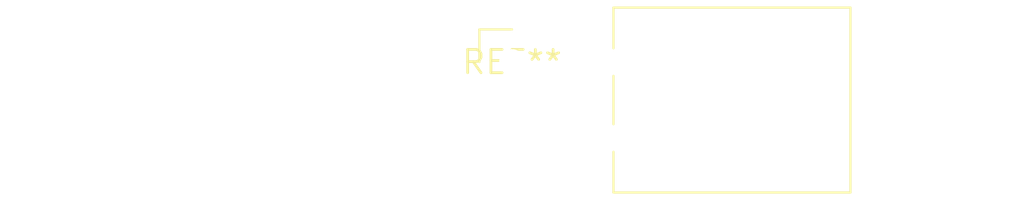
<source format=kicad_pcb>
(kicad_pcb (version 20240108) (generator pcbnew)
  (layers (0 "F.Cu" signal) (31 "B.Cu" signal) (34 "B.Paste" user) (35 "F.Paste" user) (36 "B.SilkS" user "B.Silkscreen") (37 "F.SilkS" user "F.Silkscreen") (38 "B.Mask" user) (39 "F.Mask" user) (44 "Edge.Cuts" user))
  (net 0 "")
  (footprint "TE_MATE-N-LOK_1-770968-x_2x02_P4.14mm_Horizontal" (layer "F.Cu") (at 0 0)
    (property "Reference" "REF**")
    (property "Value" "TE_MATE-N-LOK_1-770968-x_2x02_P4.14mm_Horizontal")
    (fp_line (start -1.78 -1.78) (end -1.78 0) (layer "F.SilkS") (stroke (width 0.12)))
    (fp_line (start 0 -1.78) (end -1.78 -1.78) (layer "F.SilkS") (stroke (width 0.12)))
    (fp_line (start 5.53 -2.97) (end 18.45 -2.97) (layer "F.SilkS") (stroke (width 0.12)))
    (fp_line (start 5.53 -0.751199) (end 5.53 -2.97) (layer "F.SilkS") (stroke (width 0.12)))
    (fp_line (start 5.53 0.751199) (end 5.53 3.388801) (layer "F.SilkS") (stroke (width 0.12)))
    (fp_line (start 5.53 7.11) (end 5.53 4.891199) (layer "F.SilkS") (stroke (width 0.12)))
    (fp_line (start 18.45 -2.97) (end 18.45 7.11) (layer "F.SilkS") (stroke (width 0.12)))
    (fp_line (start 18.45 7.11) (end 5.53 7.11) (layer "F.SilkS") (stroke (width 0.12)))
    (pad "" np_thru_hole circle (at 11.48 2.07) (size 3.86 3.86) (drill 3.86) (layers *.Cu *.Mask))
    (pad "1" thru_hole roundrect (at 0 0) (size 2.64 2.64) (drill 1.4) (layers *.Cu *.Mask) (remove_unused_layers) (roundrect_rratio 0.094697))
    (pad "2" thru_hole circle (at 0 4.14) (size 2.64 2.64) (drill 1.4) (layers *.Cu *.Mask) (remove_unused_layers))
    (pad "3" thru_hole circle (at 4.14 0) (size 2.64 2.64) (drill 1.4) (layers *.Cu *.Mask) (remove_unused_layers))
    (pad "4" thru_hole circle (at 4.14 4.14) (size 2.64 2.64) (drill 1.4) (layers *.Cu *.Mask) (remove_unused_layers))
  )
)
</source>
